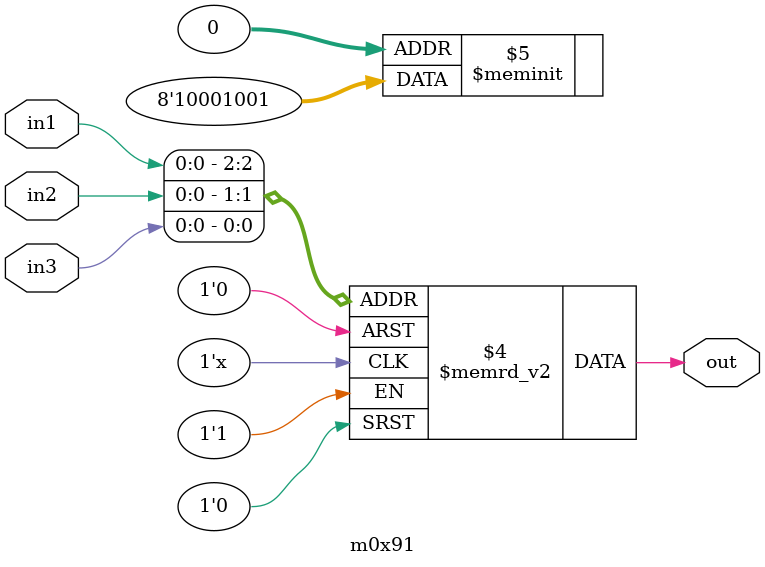
<source format=v>
module m0x91(output out, input in1, in2, in3);

   always @(in1, in2, in3)
     begin
        case({in1, in2, in3})
          3'b000: {out} = 1'b1;
          3'b001: {out} = 1'b0;
          3'b010: {out} = 1'b0;
          3'b011: {out} = 1'b1;
          3'b100: {out} = 1'b0;
          3'b101: {out} = 1'b0;
          3'b110: {out} = 1'b0;
          3'b111: {out} = 1'b1;
        endcase // case ({in1, in2, in3})
     end // always @ (in1, in2, in3)

endmodule // m0x91
</source>
